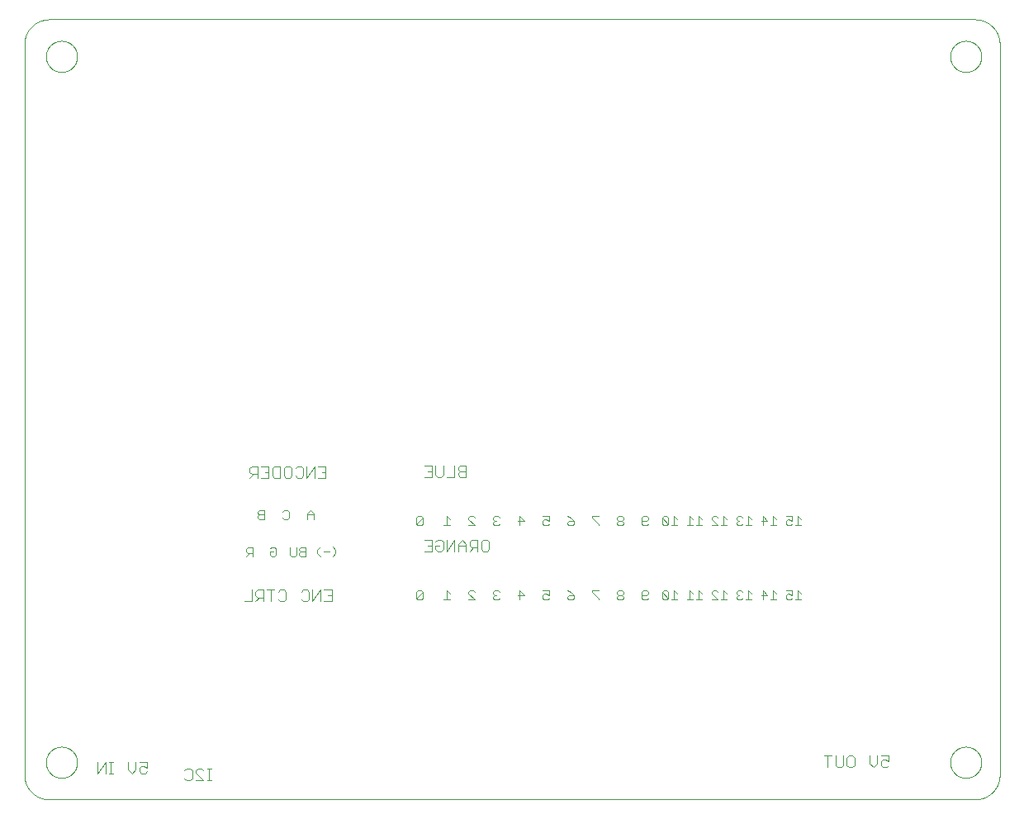
<source format=gbo>
G75*
%MOIN*%
%OFA0B0*%
%FSLAX25Y25*%
%IPPOS*%
%LPD*%
%AMOC8*
5,1,8,0,0,1.08239X$1,22.5*
%
%ADD10C,0.00000*%
%ADD11C,0.00300*%
%ADD12C,0.00400*%
D10*
X0086433Y0068933D02*
X0086433Y0363894D01*
X0086436Y0364136D01*
X0086445Y0364377D01*
X0086459Y0364618D01*
X0086480Y0364859D01*
X0086506Y0365099D01*
X0086538Y0365339D01*
X0086576Y0365578D01*
X0086619Y0365815D01*
X0086669Y0366052D01*
X0086724Y0366287D01*
X0086784Y0366521D01*
X0086851Y0366753D01*
X0086922Y0366984D01*
X0087000Y0367213D01*
X0087083Y0367440D01*
X0087171Y0367665D01*
X0087265Y0367888D01*
X0087364Y0368108D01*
X0087469Y0368326D01*
X0087578Y0368541D01*
X0087693Y0368754D01*
X0087813Y0368964D01*
X0087938Y0369170D01*
X0088068Y0369374D01*
X0088203Y0369575D01*
X0088343Y0369772D01*
X0088487Y0369966D01*
X0088636Y0370156D01*
X0088790Y0370342D01*
X0088948Y0370525D01*
X0089110Y0370704D01*
X0089277Y0370879D01*
X0089448Y0371050D01*
X0089623Y0371217D01*
X0089802Y0371379D01*
X0089985Y0371537D01*
X0090171Y0371691D01*
X0090361Y0371840D01*
X0090555Y0371984D01*
X0090752Y0372124D01*
X0090953Y0372259D01*
X0091157Y0372389D01*
X0091363Y0372514D01*
X0091573Y0372634D01*
X0091786Y0372749D01*
X0092001Y0372858D01*
X0092219Y0372963D01*
X0092439Y0373062D01*
X0092662Y0373156D01*
X0092887Y0373244D01*
X0093114Y0373327D01*
X0093343Y0373405D01*
X0093574Y0373476D01*
X0093806Y0373543D01*
X0094040Y0373603D01*
X0094275Y0373658D01*
X0094512Y0373708D01*
X0094749Y0373751D01*
X0094988Y0373789D01*
X0095228Y0373821D01*
X0095468Y0373847D01*
X0095709Y0373868D01*
X0095950Y0373882D01*
X0096191Y0373891D01*
X0096433Y0373894D01*
X0470134Y0373894D01*
X0470376Y0373891D01*
X0470617Y0373882D01*
X0470858Y0373868D01*
X0471099Y0373847D01*
X0471339Y0373821D01*
X0471579Y0373789D01*
X0471818Y0373751D01*
X0472055Y0373708D01*
X0472292Y0373658D01*
X0472527Y0373603D01*
X0472761Y0373543D01*
X0472993Y0373476D01*
X0473224Y0373405D01*
X0473453Y0373327D01*
X0473680Y0373244D01*
X0473905Y0373156D01*
X0474128Y0373062D01*
X0474348Y0372963D01*
X0474566Y0372858D01*
X0474781Y0372749D01*
X0474994Y0372634D01*
X0475204Y0372514D01*
X0475410Y0372389D01*
X0475614Y0372259D01*
X0475815Y0372124D01*
X0476012Y0371984D01*
X0476206Y0371840D01*
X0476396Y0371691D01*
X0476582Y0371537D01*
X0476765Y0371379D01*
X0476944Y0371217D01*
X0477119Y0371050D01*
X0477290Y0370879D01*
X0477457Y0370704D01*
X0477619Y0370525D01*
X0477777Y0370342D01*
X0477931Y0370156D01*
X0478080Y0369966D01*
X0478224Y0369772D01*
X0478364Y0369575D01*
X0478499Y0369374D01*
X0478629Y0369170D01*
X0478754Y0368964D01*
X0478874Y0368754D01*
X0478989Y0368541D01*
X0479098Y0368326D01*
X0479203Y0368108D01*
X0479302Y0367888D01*
X0479396Y0367665D01*
X0479484Y0367440D01*
X0479567Y0367213D01*
X0479645Y0366984D01*
X0479716Y0366753D01*
X0479783Y0366521D01*
X0479843Y0366287D01*
X0479898Y0366052D01*
X0479948Y0365815D01*
X0479991Y0365578D01*
X0480029Y0365339D01*
X0480061Y0365099D01*
X0480087Y0364859D01*
X0480108Y0364618D01*
X0480122Y0364377D01*
X0480131Y0364136D01*
X0480134Y0363894D01*
X0480134Y0068933D01*
X0480131Y0068691D01*
X0480122Y0068450D01*
X0480108Y0068209D01*
X0480087Y0067968D01*
X0480061Y0067728D01*
X0480029Y0067488D01*
X0479991Y0067249D01*
X0479948Y0067012D01*
X0479898Y0066775D01*
X0479843Y0066540D01*
X0479783Y0066306D01*
X0479716Y0066074D01*
X0479645Y0065843D01*
X0479567Y0065614D01*
X0479484Y0065387D01*
X0479396Y0065162D01*
X0479302Y0064939D01*
X0479203Y0064719D01*
X0479098Y0064501D01*
X0478989Y0064286D01*
X0478874Y0064073D01*
X0478754Y0063863D01*
X0478629Y0063657D01*
X0478499Y0063453D01*
X0478364Y0063252D01*
X0478224Y0063055D01*
X0478080Y0062861D01*
X0477931Y0062671D01*
X0477777Y0062485D01*
X0477619Y0062302D01*
X0477457Y0062123D01*
X0477290Y0061948D01*
X0477119Y0061777D01*
X0476944Y0061610D01*
X0476765Y0061448D01*
X0476582Y0061290D01*
X0476396Y0061136D01*
X0476206Y0060987D01*
X0476012Y0060843D01*
X0475815Y0060703D01*
X0475614Y0060568D01*
X0475410Y0060438D01*
X0475204Y0060313D01*
X0474994Y0060193D01*
X0474781Y0060078D01*
X0474566Y0059969D01*
X0474348Y0059864D01*
X0474128Y0059765D01*
X0473905Y0059671D01*
X0473680Y0059583D01*
X0473453Y0059500D01*
X0473224Y0059422D01*
X0472993Y0059351D01*
X0472761Y0059284D01*
X0472527Y0059224D01*
X0472292Y0059169D01*
X0472055Y0059119D01*
X0471818Y0059076D01*
X0471579Y0059038D01*
X0471339Y0059006D01*
X0471099Y0058980D01*
X0470858Y0058959D01*
X0470617Y0058945D01*
X0470376Y0058936D01*
X0470134Y0058933D01*
X0096433Y0058933D01*
X0096191Y0058936D01*
X0095950Y0058945D01*
X0095709Y0058959D01*
X0095468Y0058980D01*
X0095228Y0059006D01*
X0094988Y0059038D01*
X0094749Y0059076D01*
X0094512Y0059119D01*
X0094275Y0059169D01*
X0094040Y0059224D01*
X0093806Y0059284D01*
X0093574Y0059351D01*
X0093343Y0059422D01*
X0093114Y0059500D01*
X0092887Y0059583D01*
X0092662Y0059671D01*
X0092439Y0059765D01*
X0092219Y0059864D01*
X0092001Y0059969D01*
X0091786Y0060078D01*
X0091573Y0060193D01*
X0091363Y0060313D01*
X0091157Y0060438D01*
X0090953Y0060568D01*
X0090752Y0060703D01*
X0090555Y0060843D01*
X0090361Y0060987D01*
X0090171Y0061136D01*
X0089985Y0061290D01*
X0089802Y0061448D01*
X0089623Y0061610D01*
X0089448Y0061777D01*
X0089277Y0061948D01*
X0089110Y0062123D01*
X0088948Y0062302D01*
X0088790Y0062485D01*
X0088636Y0062671D01*
X0088487Y0062861D01*
X0088343Y0063055D01*
X0088203Y0063252D01*
X0088068Y0063453D01*
X0087938Y0063657D01*
X0087813Y0063863D01*
X0087693Y0064073D01*
X0087578Y0064286D01*
X0087469Y0064501D01*
X0087364Y0064719D01*
X0087265Y0064939D01*
X0087171Y0065162D01*
X0087083Y0065387D01*
X0087000Y0065614D01*
X0086922Y0065843D01*
X0086851Y0066074D01*
X0086784Y0066306D01*
X0086724Y0066540D01*
X0086669Y0066775D01*
X0086619Y0067012D01*
X0086576Y0067249D01*
X0086538Y0067488D01*
X0086506Y0067728D01*
X0086480Y0067968D01*
X0086459Y0068209D01*
X0086445Y0068450D01*
X0086436Y0068691D01*
X0086433Y0068933D01*
X0095134Y0073933D02*
X0095136Y0074091D01*
X0095142Y0074249D01*
X0095152Y0074407D01*
X0095166Y0074565D01*
X0095184Y0074722D01*
X0095205Y0074879D01*
X0095231Y0075035D01*
X0095261Y0075191D01*
X0095294Y0075346D01*
X0095332Y0075499D01*
X0095373Y0075652D01*
X0095418Y0075804D01*
X0095467Y0075955D01*
X0095520Y0076104D01*
X0095576Y0076252D01*
X0095636Y0076398D01*
X0095700Y0076543D01*
X0095768Y0076686D01*
X0095839Y0076828D01*
X0095913Y0076968D01*
X0095991Y0077105D01*
X0096073Y0077241D01*
X0096157Y0077375D01*
X0096246Y0077506D01*
X0096337Y0077635D01*
X0096432Y0077762D01*
X0096529Y0077887D01*
X0096630Y0078009D01*
X0096734Y0078128D01*
X0096841Y0078245D01*
X0096951Y0078359D01*
X0097064Y0078470D01*
X0097179Y0078579D01*
X0097297Y0078684D01*
X0097418Y0078786D01*
X0097541Y0078886D01*
X0097667Y0078982D01*
X0097795Y0079075D01*
X0097925Y0079165D01*
X0098058Y0079251D01*
X0098193Y0079335D01*
X0098329Y0079414D01*
X0098468Y0079491D01*
X0098609Y0079563D01*
X0098751Y0079633D01*
X0098895Y0079698D01*
X0099041Y0079760D01*
X0099188Y0079818D01*
X0099337Y0079873D01*
X0099487Y0079924D01*
X0099638Y0079971D01*
X0099790Y0080014D01*
X0099943Y0080053D01*
X0100098Y0080089D01*
X0100253Y0080120D01*
X0100409Y0080148D01*
X0100565Y0080172D01*
X0100722Y0080192D01*
X0100880Y0080208D01*
X0101037Y0080220D01*
X0101196Y0080228D01*
X0101354Y0080232D01*
X0101512Y0080232D01*
X0101670Y0080228D01*
X0101829Y0080220D01*
X0101986Y0080208D01*
X0102144Y0080192D01*
X0102301Y0080172D01*
X0102457Y0080148D01*
X0102613Y0080120D01*
X0102768Y0080089D01*
X0102923Y0080053D01*
X0103076Y0080014D01*
X0103228Y0079971D01*
X0103379Y0079924D01*
X0103529Y0079873D01*
X0103678Y0079818D01*
X0103825Y0079760D01*
X0103971Y0079698D01*
X0104115Y0079633D01*
X0104257Y0079563D01*
X0104398Y0079491D01*
X0104537Y0079414D01*
X0104673Y0079335D01*
X0104808Y0079251D01*
X0104941Y0079165D01*
X0105071Y0079075D01*
X0105199Y0078982D01*
X0105325Y0078886D01*
X0105448Y0078786D01*
X0105569Y0078684D01*
X0105687Y0078579D01*
X0105802Y0078470D01*
X0105915Y0078359D01*
X0106025Y0078245D01*
X0106132Y0078128D01*
X0106236Y0078009D01*
X0106337Y0077887D01*
X0106434Y0077762D01*
X0106529Y0077635D01*
X0106620Y0077506D01*
X0106709Y0077375D01*
X0106793Y0077241D01*
X0106875Y0077105D01*
X0106953Y0076968D01*
X0107027Y0076828D01*
X0107098Y0076686D01*
X0107166Y0076543D01*
X0107230Y0076398D01*
X0107290Y0076252D01*
X0107346Y0076104D01*
X0107399Y0075955D01*
X0107448Y0075804D01*
X0107493Y0075652D01*
X0107534Y0075499D01*
X0107572Y0075346D01*
X0107605Y0075191D01*
X0107635Y0075035D01*
X0107661Y0074879D01*
X0107682Y0074722D01*
X0107700Y0074565D01*
X0107714Y0074407D01*
X0107724Y0074249D01*
X0107730Y0074091D01*
X0107732Y0073933D01*
X0107730Y0073775D01*
X0107724Y0073617D01*
X0107714Y0073459D01*
X0107700Y0073301D01*
X0107682Y0073144D01*
X0107661Y0072987D01*
X0107635Y0072831D01*
X0107605Y0072675D01*
X0107572Y0072520D01*
X0107534Y0072367D01*
X0107493Y0072214D01*
X0107448Y0072062D01*
X0107399Y0071911D01*
X0107346Y0071762D01*
X0107290Y0071614D01*
X0107230Y0071468D01*
X0107166Y0071323D01*
X0107098Y0071180D01*
X0107027Y0071038D01*
X0106953Y0070898D01*
X0106875Y0070761D01*
X0106793Y0070625D01*
X0106709Y0070491D01*
X0106620Y0070360D01*
X0106529Y0070231D01*
X0106434Y0070104D01*
X0106337Y0069979D01*
X0106236Y0069857D01*
X0106132Y0069738D01*
X0106025Y0069621D01*
X0105915Y0069507D01*
X0105802Y0069396D01*
X0105687Y0069287D01*
X0105569Y0069182D01*
X0105448Y0069080D01*
X0105325Y0068980D01*
X0105199Y0068884D01*
X0105071Y0068791D01*
X0104941Y0068701D01*
X0104808Y0068615D01*
X0104673Y0068531D01*
X0104537Y0068452D01*
X0104398Y0068375D01*
X0104257Y0068303D01*
X0104115Y0068233D01*
X0103971Y0068168D01*
X0103825Y0068106D01*
X0103678Y0068048D01*
X0103529Y0067993D01*
X0103379Y0067942D01*
X0103228Y0067895D01*
X0103076Y0067852D01*
X0102923Y0067813D01*
X0102768Y0067777D01*
X0102613Y0067746D01*
X0102457Y0067718D01*
X0102301Y0067694D01*
X0102144Y0067674D01*
X0101986Y0067658D01*
X0101829Y0067646D01*
X0101670Y0067638D01*
X0101512Y0067634D01*
X0101354Y0067634D01*
X0101196Y0067638D01*
X0101037Y0067646D01*
X0100880Y0067658D01*
X0100722Y0067674D01*
X0100565Y0067694D01*
X0100409Y0067718D01*
X0100253Y0067746D01*
X0100098Y0067777D01*
X0099943Y0067813D01*
X0099790Y0067852D01*
X0099638Y0067895D01*
X0099487Y0067942D01*
X0099337Y0067993D01*
X0099188Y0068048D01*
X0099041Y0068106D01*
X0098895Y0068168D01*
X0098751Y0068233D01*
X0098609Y0068303D01*
X0098468Y0068375D01*
X0098329Y0068452D01*
X0098193Y0068531D01*
X0098058Y0068615D01*
X0097925Y0068701D01*
X0097795Y0068791D01*
X0097667Y0068884D01*
X0097541Y0068980D01*
X0097418Y0069080D01*
X0097297Y0069182D01*
X0097179Y0069287D01*
X0097064Y0069396D01*
X0096951Y0069507D01*
X0096841Y0069621D01*
X0096734Y0069738D01*
X0096630Y0069857D01*
X0096529Y0069979D01*
X0096432Y0070104D01*
X0096337Y0070231D01*
X0096246Y0070360D01*
X0096157Y0070491D01*
X0096073Y0070625D01*
X0095991Y0070761D01*
X0095913Y0070898D01*
X0095839Y0071038D01*
X0095768Y0071180D01*
X0095700Y0071323D01*
X0095636Y0071468D01*
X0095576Y0071614D01*
X0095520Y0071762D01*
X0095467Y0071911D01*
X0095418Y0072062D01*
X0095373Y0072214D01*
X0095332Y0072367D01*
X0095294Y0072520D01*
X0095261Y0072675D01*
X0095231Y0072831D01*
X0095205Y0072987D01*
X0095184Y0073144D01*
X0095166Y0073301D01*
X0095152Y0073459D01*
X0095142Y0073617D01*
X0095136Y0073775D01*
X0095134Y0073933D01*
X0460134Y0073933D02*
X0460136Y0074091D01*
X0460142Y0074249D01*
X0460152Y0074407D01*
X0460166Y0074565D01*
X0460184Y0074722D01*
X0460205Y0074879D01*
X0460231Y0075035D01*
X0460261Y0075191D01*
X0460294Y0075346D01*
X0460332Y0075499D01*
X0460373Y0075652D01*
X0460418Y0075804D01*
X0460467Y0075955D01*
X0460520Y0076104D01*
X0460576Y0076252D01*
X0460636Y0076398D01*
X0460700Y0076543D01*
X0460768Y0076686D01*
X0460839Y0076828D01*
X0460913Y0076968D01*
X0460991Y0077105D01*
X0461073Y0077241D01*
X0461157Y0077375D01*
X0461246Y0077506D01*
X0461337Y0077635D01*
X0461432Y0077762D01*
X0461529Y0077887D01*
X0461630Y0078009D01*
X0461734Y0078128D01*
X0461841Y0078245D01*
X0461951Y0078359D01*
X0462064Y0078470D01*
X0462179Y0078579D01*
X0462297Y0078684D01*
X0462418Y0078786D01*
X0462541Y0078886D01*
X0462667Y0078982D01*
X0462795Y0079075D01*
X0462925Y0079165D01*
X0463058Y0079251D01*
X0463193Y0079335D01*
X0463329Y0079414D01*
X0463468Y0079491D01*
X0463609Y0079563D01*
X0463751Y0079633D01*
X0463895Y0079698D01*
X0464041Y0079760D01*
X0464188Y0079818D01*
X0464337Y0079873D01*
X0464487Y0079924D01*
X0464638Y0079971D01*
X0464790Y0080014D01*
X0464943Y0080053D01*
X0465098Y0080089D01*
X0465253Y0080120D01*
X0465409Y0080148D01*
X0465565Y0080172D01*
X0465722Y0080192D01*
X0465880Y0080208D01*
X0466037Y0080220D01*
X0466196Y0080228D01*
X0466354Y0080232D01*
X0466512Y0080232D01*
X0466670Y0080228D01*
X0466829Y0080220D01*
X0466986Y0080208D01*
X0467144Y0080192D01*
X0467301Y0080172D01*
X0467457Y0080148D01*
X0467613Y0080120D01*
X0467768Y0080089D01*
X0467923Y0080053D01*
X0468076Y0080014D01*
X0468228Y0079971D01*
X0468379Y0079924D01*
X0468529Y0079873D01*
X0468678Y0079818D01*
X0468825Y0079760D01*
X0468971Y0079698D01*
X0469115Y0079633D01*
X0469257Y0079563D01*
X0469398Y0079491D01*
X0469537Y0079414D01*
X0469673Y0079335D01*
X0469808Y0079251D01*
X0469941Y0079165D01*
X0470071Y0079075D01*
X0470199Y0078982D01*
X0470325Y0078886D01*
X0470448Y0078786D01*
X0470569Y0078684D01*
X0470687Y0078579D01*
X0470802Y0078470D01*
X0470915Y0078359D01*
X0471025Y0078245D01*
X0471132Y0078128D01*
X0471236Y0078009D01*
X0471337Y0077887D01*
X0471434Y0077762D01*
X0471529Y0077635D01*
X0471620Y0077506D01*
X0471709Y0077375D01*
X0471793Y0077241D01*
X0471875Y0077105D01*
X0471953Y0076968D01*
X0472027Y0076828D01*
X0472098Y0076686D01*
X0472166Y0076543D01*
X0472230Y0076398D01*
X0472290Y0076252D01*
X0472346Y0076104D01*
X0472399Y0075955D01*
X0472448Y0075804D01*
X0472493Y0075652D01*
X0472534Y0075499D01*
X0472572Y0075346D01*
X0472605Y0075191D01*
X0472635Y0075035D01*
X0472661Y0074879D01*
X0472682Y0074722D01*
X0472700Y0074565D01*
X0472714Y0074407D01*
X0472724Y0074249D01*
X0472730Y0074091D01*
X0472732Y0073933D01*
X0472730Y0073775D01*
X0472724Y0073617D01*
X0472714Y0073459D01*
X0472700Y0073301D01*
X0472682Y0073144D01*
X0472661Y0072987D01*
X0472635Y0072831D01*
X0472605Y0072675D01*
X0472572Y0072520D01*
X0472534Y0072367D01*
X0472493Y0072214D01*
X0472448Y0072062D01*
X0472399Y0071911D01*
X0472346Y0071762D01*
X0472290Y0071614D01*
X0472230Y0071468D01*
X0472166Y0071323D01*
X0472098Y0071180D01*
X0472027Y0071038D01*
X0471953Y0070898D01*
X0471875Y0070761D01*
X0471793Y0070625D01*
X0471709Y0070491D01*
X0471620Y0070360D01*
X0471529Y0070231D01*
X0471434Y0070104D01*
X0471337Y0069979D01*
X0471236Y0069857D01*
X0471132Y0069738D01*
X0471025Y0069621D01*
X0470915Y0069507D01*
X0470802Y0069396D01*
X0470687Y0069287D01*
X0470569Y0069182D01*
X0470448Y0069080D01*
X0470325Y0068980D01*
X0470199Y0068884D01*
X0470071Y0068791D01*
X0469941Y0068701D01*
X0469808Y0068615D01*
X0469673Y0068531D01*
X0469537Y0068452D01*
X0469398Y0068375D01*
X0469257Y0068303D01*
X0469115Y0068233D01*
X0468971Y0068168D01*
X0468825Y0068106D01*
X0468678Y0068048D01*
X0468529Y0067993D01*
X0468379Y0067942D01*
X0468228Y0067895D01*
X0468076Y0067852D01*
X0467923Y0067813D01*
X0467768Y0067777D01*
X0467613Y0067746D01*
X0467457Y0067718D01*
X0467301Y0067694D01*
X0467144Y0067674D01*
X0466986Y0067658D01*
X0466829Y0067646D01*
X0466670Y0067638D01*
X0466512Y0067634D01*
X0466354Y0067634D01*
X0466196Y0067638D01*
X0466037Y0067646D01*
X0465880Y0067658D01*
X0465722Y0067674D01*
X0465565Y0067694D01*
X0465409Y0067718D01*
X0465253Y0067746D01*
X0465098Y0067777D01*
X0464943Y0067813D01*
X0464790Y0067852D01*
X0464638Y0067895D01*
X0464487Y0067942D01*
X0464337Y0067993D01*
X0464188Y0068048D01*
X0464041Y0068106D01*
X0463895Y0068168D01*
X0463751Y0068233D01*
X0463609Y0068303D01*
X0463468Y0068375D01*
X0463329Y0068452D01*
X0463193Y0068531D01*
X0463058Y0068615D01*
X0462925Y0068701D01*
X0462795Y0068791D01*
X0462667Y0068884D01*
X0462541Y0068980D01*
X0462418Y0069080D01*
X0462297Y0069182D01*
X0462179Y0069287D01*
X0462064Y0069396D01*
X0461951Y0069507D01*
X0461841Y0069621D01*
X0461734Y0069738D01*
X0461630Y0069857D01*
X0461529Y0069979D01*
X0461432Y0070104D01*
X0461337Y0070231D01*
X0461246Y0070360D01*
X0461157Y0070491D01*
X0461073Y0070625D01*
X0460991Y0070761D01*
X0460913Y0070898D01*
X0460839Y0071038D01*
X0460768Y0071180D01*
X0460700Y0071323D01*
X0460636Y0071468D01*
X0460576Y0071614D01*
X0460520Y0071762D01*
X0460467Y0071911D01*
X0460418Y0072062D01*
X0460373Y0072214D01*
X0460332Y0072367D01*
X0460294Y0072520D01*
X0460261Y0072675D01*
X0460231Y0072831D01*
X0460205Y0072987D01*
X0460184Y0073144D01*
X0460166Y0073301D01*
X0460152Y0073459D01*
X0460142Y0073617D01*
X0460136Y0073775D01*
X0460134Y0073933D01*
X0460134Y0358933D02*
X0460136Y0359091D01*
X0460142Y0359249D01*
X0460152Y0359407D01*
X0460166Y0359565D01*
X0460184Y0359722D01*
X0460205Y0359879D01*
X0460231Y0360035D01*
X0460261Y0360191D01*
X0460294Y0360346D01*
X0460332Y0360499D01*
X0460373Y0360652D01*
X0460418Y0360804D01*
X0460467Y0360955D01*
X0460520Y0361104D01*
X0460576Y0361252D01*
X0460636Y0361398D01*
X0460700Y0361543D01*
X0460768Y0361686D01*
X0460839Y0361828D01*
X0460913Y0361968D01*
X0460991Y0362105D01*
X0461073Y0362241D01*
X0461157Y0362375D01*
X0461246Y0362506D01*
X0461337Y0362635D01*
X0461432Y0362762D01*
X0461529Y0362887D01*
X0461630Y0363009D01*
X0461734Y0363128D01*
X0461841Y0363245D01*
X0461951Y0363359D01*
X0462064Y0363470D01*
X0462179Y0363579D01*
X0462297Y0363684D01*
X0462418Y0363786D01*
X0462541Y0363886D01*
X0462667Y0363982D01*
X0462795Y0364075D01*
X0462925Y0364165D01*
X0463058Y0364251D01*
X0463193Y0364335D01*
X0463329Y0364414D01*
X0463468Y0364491D01*
X0463609Y0364563D01*
X0463751Y0364633D01*
X0463895Y0364698D01*
X0464041Y0364760D01*
X0464188Y0364818D01*
X0464337Y0364873D01*
X0464487Y0364924D01*
X0464638Y0364971D01*
X0464790Y0365014D01*
X0464943Y0365053D01*
X0465098Y0365089D01*
X0465253Y0365120D01*
X0465409Y0365148D01*
X0465565Y0365172D01*
X0465722Y0365192D01*
X0465880Y0365208D01*
X0466037Y0365220D01*
X0466196Y0365228D01*
X0466354Y0365232D01*
X0466512Y0365232D01*
X0466670Y0365228D01*
X0466829Y0365220D01*
X0466986Y0365208D01*
X0467144Y0365192D01*
X0467301Y0365172D01*
X0467457Y0365148D01*
X0467613Y0365120D01*
X0467768Y0365089D01*
X0467923Y0365053D01*
X0468076Y0365014D01*
X0468228Y0364971D01*
X0468379Y0364924D01*
X0468529Y0364873D01*
X0468678Y0364818D01*
X0468825Y0364760D01*
X0468971Y0364698D01*
X0469115Y0364633D01*
X0469257Y0364563D01*
X0469398Y0364491D01*
X0469537Y0364414D01*
X0469673Y0364335D01*
X0469808Y0364251D01*
X0469941Y0364165D01*
X0470071Y0364075D01*
X0470199Y0363982D01*
X0470325Y0363886D01*
X0470448Y0363786D01*
X0470569Y0363684D01*
X0470687Y0363579D01*
X0470802Y0363470D01*
X0470915Y0363359D01*
X0471025Y0363245D01*
X0471132Y0363128D01*
X0471236Y0363009D01*
X0471337Y0362887D01*
X0471434Y0362762D01*
X0471529Y0362635D01*
X0471620Y0362506D01*
X0471709Y0362375D01*
X0471793Y0362241D01*
X0471875Y0362105D01*
X0471953Y0361968D01*
X0472027Y0361828D01*
X0472098Y0361686D01*
X0472166Y0361543D01*
X0472230Y0361398D01*
X0472290Y0361252D01*
X0472346Y0361104D01*
X0472399Y0360955D01*
X0472448Y0360804D01*
X0472493Y0360652D01*
X0472534Y0360499D01*
X0472572Y0360346D01*
X0472605Y0360191D01*
X0472635Y0360035D01*
X0472661Y0359879D01*
X0472682Y0359722D01*
X0472700Y0359565D01*
X0472714Y0359407D01*
X0472724Y0359249D01*
X0472730Y0359091D01*
X0472732Y0358933D01*
X0472730Y0358775D01*
X0472724Y0358617D01*
X0472714Y0358459D01*
X0472700Y0358301D01*
X0472682Y0358144D01*
X0472661Y0357987D01*
X0472635Y0357831D01*
X0472605Y0357675D01*
X0472572Y0357520D01*
X0472534Y0357367D01*
X0472493Y0357214D01*
X0472448Y0357062D01*
X0472399Y0356911D01*
X0472346Y0356762D01*
X0472290Y0356614D01*
X0472230Y0356468D01*
X0472166Y0356323D01*
X0472098Y0356180D01*
X0472027Y0356038D01*
X0471953Y0355898D01*
X0471875Y0355761D01*
X0471793Y0355625D01*
X0471709Y0355491D01*
X0471620Y0355360D01*
X0471529Y0355231D01*
X0471434Y0355104D01*
X0471337Y0354979D01*
X0471236Y0354857D01*
X0471132Y0354738D01*
X0471025Y0354621D01*
X0470915Y0354507D01*
X0470802Y0354396D01*
X0470687Y0354287D01*
X0470569Y0354182D01*
X0470448Y0354080D01*
X0470325Y0353980D01*
X0470199Y0353884D01*
X0470071Y0353791D01*
X0469941Y0353701D01*
X0469808Y0353615D01*
X0469673Y0353531D01*
X0469537Y0353452D01*
X0469398Y0353375D01*
X0469257Y0353303D01*
X0469115Y0353233D01*
X0468971Y0353168D01*
X0468825Y0353106D01*
X0468678Y0353048D01*
X0468529Y0352993D01*
X0468379Y0352942D01*
X0468228Y0352895D01*
X0468076Y0352852D01*
X0467923Y0352813D01*
X0467768Y0352777D01*
X0467613Y0352746D01*
X0467457Y0352718D01*
X0467301Y0352694D01*
X0467144Y0352674D01*
X0466986Y0352658D01*
X0466829Y0352646D01*
X0466670Y0352638D01*
X0466512Y0352634D01*
X0466354Y0352634D01*
X0466196Y0352638D01*
X0466037Y0352646D01*
X0465880Y0352658D01*
X0465722Y0352674D01*
X0465565Y0352694D01*
X0465409Y0352718D01*
X0465253Y0352746D01*
X0465098Y0352777D01*
X0464943Y0352813D01*
X0464790Y0352852D01*
X0464638Y0352895D01*
X0464487Y0352942D01*
X0464337Y0352993D01*
X0464188Y0353048D01*
X0464041Y0353106D01*
X0463895Y0353168D01*
X0463751Y0353233D01*
X0463609Y0353303D01*
X0463468Y0353375D01*
X0463329Y0353452D01*
X0463193Y0353531D01*
X0463058Y0353615D01*
X0462925Y0353701D01*
X0462795Y0353791D01*
X0462667Y0353884D01*
X0462541Y0353980D01*
X0462418Y0354080D01*
X0462297Y0354182D01*
X0462179Y0354287D01*
X0462064Y0354396D01*
X0461951Y0354507D01*
X0461841Y0354621D01*
X0461734Y0354738D01*
X0461630Y0354857D01*
X0461529Y0354979D01*
X0461432Y0355104D01*
X0461337Y0355231D01*
X0461246Y0355360D01*
X0461157Y0355491D01*
X0461073Y0355625D01*
X0460991Y0355761D01*
X0460913Y0355898D01*
X0460839Y0356038D01*
X0460768Y0356180D01*
X0460700Y0356323D01*
X0460636Y0356468D01*
X0460576Y0356614D01*
X0460520Y0356762D01*
X0460467Y0356911D01*
X0460418Y0357062D01*
X0460373Y0357214D01*
X0460332Y0357367D01*
X0460294Y0357520D01*
X0460261Y0357675D01*
X0460231Y0357831D01*
X0460205Y0357987D01*
X0460184Y0358144D01*
X0460166Y0358301D01*
X0460152Y0358459D01*
X0460142Y0358617D01*
X0460136Y0358775D01*
X0460134Y0358933D01*
X0095134Y0358933D02*
X0095136Y0359091D01*
X0095142Y0359249D01*
X0095152Y0359407D01*
X0095166Y0359565D01*
X0095184Y0359722D01*
X0095205Y0359879D01*
X0095231Y0360035D01*
X0095261Y0360191D01*
X0095294Y0360346D01*
X0095332Y0360499D01*
X0095373Y0360652D01*
X0095418Y0360804D01*
X0095467Y0360955D01*
X0095520Y0361104D01*
X0095576Y0361252D01*
X0095636Y0361398D01*
X0095700Y0361543D01*
X0095768Y0361686D01*
X0095839Y0361828D01*
X0095913Y0361968D01*
X0095991Y0362105D01*
X0096073Y0362241D01*
X0096157Y0362375D01*
X0096246Y0362506D01*
X0096337Y0362635D01*
X0096432Y0362762D01*
X0096529Y0362887D01*
X0096630Y0363009D01*
X0096734Y0363128D01*
X0096841Y0363245D01*
X0096951Y0363359D01*
X0097064Y0363470D01*
X0097179Y0363579D01*
X0097297Y0363684D01*
X0097418Y0363786D01*
X0097541Y0363886D01*
X0097667Y0363982D01*
X0097795Y0364075D01*
X0097925Y0364165D01*
X0098058Y0364251D01*
X0098193Y0364335D01*
X0098329Y0364414D01*
X0098468Y0364491D01*
X0098609Y0364563D01*
X0098751Y0364633D01*
X0098895Y0364698D01*
X0099041Y0364760D01*
X0099188Y0364818D01*
X0099337Y0364873D01*
X0099487Y0364924D01*
X0099638Y0364971D01*
X0099790Y0365014D01*
X0099943Y0365053D01*
X0100098Y0365089D01*
X0100253Y0365120D01*
X0100409Y0365148D01*
X0100565Y0365172D01*
X0100722Y0365192D01*
X0100880Y0365208D01*
X0101037Y0365220D01*
X0101196Y0365228D01*
X0101354Y0365232D01*
X0101512Y0365232D01*
X0101670Y0365228D01*
X0101829Y0365220D01*
X0101986Y0365208D01*
X0102144Y0365192D01*
X0102301Y0365172D01*
X0102457Y0365148D01*
X0102613Y0365120D01*
X0102768Y0365089D01*
X0102923Y0365053D01*
X0103076Y0365014D01*
X0103228Y0364971D01*
X0103379Y0364924D01*
X0103529Y0364873D01*
X0103678Y0364818D01*
X0103825Y0364760D01*
X0103971Y0364698D01*
X0104115Y0364633D01*
X0104257Y0364563D01*
X0104398Y0364491D01*
X0104537Y0364414D01*
X0104673Y0364335D01*
X0104808Y0364251D01*
X0104941Y0364165D01*
X0105071Y0364075D01*
X0105199Y0363982D01*
X0105325Y0363886D01*
X0105448Y0363786D01*
X0105569Y0363684D01*
X0105687Y0363579D01*
X0105802Y0363470D01*
X0105915Y0363359D01*
X0106025Y0363245D01*
X0106132Y0363128D01*
X0106236Y0363009D01*
X0106337Y0362887D01*
X0106434Y0362762D01*
X0106529Y0362635D01*
X0106620Y0362506D01*
X0106709Y0362375D01*
X0106793Y0362241D01*
X0106875Y0362105D01*
X0106953Y0361968D01*
X0107027Y0361828D01*
X0107098Y0361686D01*
X0107166Y0361543D01*
X0107230Y0361398D01*
X0107290Y0361252D01*
X0107346Y0361104D01*
X0107399Y0360955D01*
X0107448Y0360804D01*
X0107493Y0360652D01*
X0107534Y0360499D01*
X0107572Y0360346D01*
X0107605Y0360191D01*
X0107635Y0360035D01*
X0107661Y0359879D01*
X0107682Y0359722D01*
X0107700Y0359565D01*
X0107714Y0359407D01*
X0107724Y0359249D01*
X0107730Y0359091D01*
X0107732Y0358933D01*
X0107730Y0358775D01*
X0107724Y0358617D01*
X0107714Y0358459D01*
X0107700Y0358301D01*
X0107682Y0358144D01*
X0107661Y0357987D01*
X0107635Y0357831D01*
X0107605Y0357675D01*
X0107572Y0357520D01*
X0107534Y0357367D01*
X0107493Y0357214D01*
X0107448Y0357062D01*
X0107399Y0356911D01*
X0107346Y0356762D01*
X0107290Y0356614D01*
X0107230Y0356468D01*
X0107166Y0356323D01*
X0107098Y0356180D01*
X0107027Y0356038D01*
X0106953Y0355898D01*
X0106875Y0355761D01*
X0106793Y0355625D01*
X0106709Y0355491D01*
X0106620Y0355360D01*
X0106529Y0355231D01*
X0106434Y0355104D01*
X0106337Y0354979D01*
X0106236Y0354857D01*
X0106132Y0354738D01*
X0106025Y0354621D01*
X0105915Y0354507D01*
X0105802Y0354396D01*
X0105687Y0354287D01*
X0105569Y0354182D01*
X0105448Y0354080D01*
X0105325Y0353980D01*
X0105199Y0353884D01*
X0105071Y0353791D01*
X0104941Y0353701D01*
X0104808Y0353615D01*
X0104673Y0353531D01*
X0104537Y0353452D01*
X0104398Y0353375D01*
X0104257Y0353303D01*
X0104115Y0353233D01*
X0103971Y0353168D01*
X0103825Y0353106D01*
X0103678Y0353048D01*
X0103529Y0352993D01*
X0103379Y0352942D01*
X0103228Y0352895D01*
X0103076Y0352852D01*
X0102923Y0352813D01*
X0102768Y0352777D01*
X0102613Y0352746D01*
X0102457Y0352718D01*
X0102301Y0352694D01*
X0102144Y0352674D01*
X0101986Y0352658D01*
X0101829Y0352646D01*
X0101670Y0352638D01*
X0101512Y0352634D01*
X0101354Y0352634D01*
X0101196Y0352638D01*
X0101037Y0352646D01*
X0100880Y0352658D01*
X0100722Y0352674D01*
X0100565Y0352694D01*
X0100409Y0352718D01*
X0100253Y0352746D01*
X0100098Y0352777D01*
X0099943Y0352813D01*
X0099790Y0352852D01*
X0099638Y0352895D01*
X0099487Y0352942D01*
X0099337Y0352993D01*
X0099188Y0353048D01*
X0099041Y0353106D01*
X0098895Y0353168D01*
X0098751Y0353233D01*
X0098609Y0353303D01*
X0098468Y0353375D01*
X0098329Y0353452D01*
X0098193Y0353531D01*
X0098058Y0353615D01*
X0097925Y0353701D01*
X0097795Y0353791D01*
X0097667Y0353884D01*
X0097541Y0353980D01*
X0097418Y0354080D01*
X0097297Y0354182D01*
X0097179Y0354287D01*
X0097064Y0354396D01*
X0096951Y0354507D01*
X0096841Y0354621D01*
X0096734Y0354738D01*
X0096630Y0354857D01*
X0096529Y0354979D01*
X0096432Y0355104D01*
X0096337Y0355231D01*
X0096246Y0355360D01*
X0096157Y0355491D01*
X0096073Y0355625D01*
X0095991Y0355761D01*
X0095913Y0355898D01*
X0095839Y0356038D01*
X0095768Y0356180D01*
X0095700Y0356323D01*
X0095636Y0356468D01*
X0095576Y0356614D01*
X0095520Y0356762D01*
X0095467Y0356911D01*
X0095418Y0357062D01*
X0095373Y0357214D01*
X0095332Y0357367D01*
X0095294Y0357520D01*
X0095261Y0357675D01*
X0095231Y0357831D01*
X0095205Y0357987D01*
X0095184Y0358144D01*
X0095166Y0358301D01*
X0095152Y0358459D01*
X0095142Y0358617D01*
X0095136Y0358775D01*
X0095134Y0358933D01*
D11*
X0181273Y0175786D02*
X0180656Y0175169D01*
X0180656Y0174552D01*
X0181273Y0173935D01*
X0183125Y0173935D01*
X0183125Y0175786D02*
X0181273Y0175786D01*
X0181273Y0173935D02*
X0180656Y0173317D01*
X0180656Y0172700D01*
X0181273Y0172083D01*
X0183125Y0172083D01*
X0183125Y0175786D01*
X0190656Y0175169D02*
X0191273Y0175786D01*
X0192507Y0175786D01*
X0193125Y0175169D01*
X0193125Y0172700D01*
X0192507Y0172083D01*
X0191273Y0172083D01*
X0190656Y0172700D01*
X0200656Y0172083D02*
X0200656Y0174552D01*
X0201890Y0175786D01*
X0203125Y0174552D01*
X0203125Y0172083D01*
X0203125Y0173935D02*
X0200656Y0173935D01*
X0199848Y0160802D02*
X0197996Y0160802D01*
X0197379Y0160185D01*
X0197379Y0159567D01*
X0197996Y0158950D01*
X0199848Y0158950D01*
X0199848Y0157099D02*
X0197996Y0157099D01*
X0197379Y0157716D01*
X0197379Y0158333D01*
X0197996Y0158950D01*
X0196165Y0157716D02*
X0195548Y0157099D01*
X0194313Y0157099D01*
X0193696Y0157716D01*
X0193696Y0160802D01*
X0196165Y0160802D02*
X0196165Y0157716D01*
X0199848Y0157099D02*
X0199848Y0160802D01*
X0204686Y0159673D02*
X0205921Y0160908D01*
X0204686Y0159673D02*
X0204686Y0158439D01*
X0205921Y0157205D01*
X0207135Y0159056D02*
X0209604Y0159056D01*
X0210825Y0157205D02*
X0212059Y0158439D01*
X0212059Y0159673D01*
X0210825Y0160908D01*
X0187995Y0160231D02*
X0187995Y0157762D01*
X0187377Y0157145D01*
X0186143Y0157145D01*
X0185526Y0157762D01*
X0185526Y0158997D01*
X0186760Y0158997D01*
X0185526Y0160231D02*
X0186143Y0160848D01*
X0187377Y0160848D01*
X0187995Y0160231D01*
X0178431Y0160783D02*
X0178431Y0157080D01*
X0178431Y0158314D02*
X0176579Y0158314D01*
X0175962Y0158931D01*
X0175962Y0160165D01*
X0176579Y0160783D01*
X0178431Y0160783D01*
X0177196Y0158314D02*
X0175962Y0157080D01*
X0244741Y0170200D02*
X0247210Y0172669D01*
X0247210Y0170200D01*
X0246593Y0169583D01*
X0245359Y0169583D01*
X0244741Y0170200D01*
X0244741Y0172669D01*
X0245359Y0173286D01*
X0246593Y0173286D01*
X0247210Y0172669D01*
X0255656Y0169583D02*
X0258125Y0169583D01*
X0256890Y0169583D02*
X0256890Y0173286D01*
X0258125Y0172052D01*
X0265656Y0172052D02*
X0265656Y0172669D01*
X0266273Y0173286D01*
X0267507Y0173286D01*
X0268125Y0172669D01*
X0265656Y0172052D02*
X0268125Y0169583D01*
X0265656Y0169583D01*
X0275656Y0170200D02*
X0276273Y0169583D01*
X0277507Y0169583D01*
X0278125Y0170200D01*
X0276890Y0171435D02*
X0276273Y0171435D01*
X0275656Y0170817D01*
X0275656Y0170200D01*
X0276273Y0171435D02*
X0275656Y0172052D01*
X0275656Y0172669D01*
X0276273Y0173286D01*
X0277507Y0173286D01*
X0278125Y0172669D01*
X0285656Y0171435D02*
X0288125Y0171435D01*
X0286273Y0173286D01*
X0286273Y0169583D01*
X0295656Y0170200D02*
X0296273Y0169583D01*
X0297507Y0169583D01*
X0298125Y0170200D01*
X0298125Y0171435D02*
X0296890Y0172052D01*
X0296273Y0172052D01*
X0295656Y0171435D01*
X0295656Y0170200D01*
X0298125Y0171435D02*
X0298125Y0173286D01*
X0295656Y0173286D01*
X0305656Y0173286D02*
X0306890Y0172669D01*
X0308125Y0171435D01*
X0306273Y0171435D01*
X0305656Y0170817D01*
X0305656Y0170200D01*
X0306273Y0169583D01*
X0307507Y0169583D01*
X0308125Y0170200D01*
X0308125Y0171435D01*
X0315656Y0172669D02*
X0318125Y0170200D01*
X0318125Y0169583D01*
X0318125Y0173286D02*
X0315656Y0173286D01*
X0315656Y0172669D01*
X0325656Y0172669D02*
X0325656Y0172052D01*
X0326273Y0171435D01*
X0327507Y0171435D01*
X0328125Y0172052D01*
X0328125Y0172669D01*
X0327507Y0173286D01*
X0326273Y0173286D01*
X0325656Y0172669D01*
X0326273Y0171435D02*
X0325656Y0170817D01*
X0325656Y0170200D01*
X0326273Y0169583D01*
X0327507Y0169583D01*
X0328125Y0170200D01*
X0328125Y0170817D01*
X0327507Y0171435D01*
X0335656Y0171435D02*
X0337507Y0171435D01*
X0338125Y0172052D01*
X0338125Y0172669D01*
X0337507Y0173286D01*
X0336273Y0173286D01*
X0335656Y0172669D01*
X0335656Y0170200D01*
X0336273Y0169583D01*
X0337507Y0169583D01*
X0338125Y0170200D01*
X0343814Y0170200D02*
X0343814Y0172669D01*
X0346283Y0170200D01*
X0345666Y0169583D01*
X0344431Y0169583D01*
X0343814Y0170200D01*
X0343814Y0172669D02*
X0344431Y0173286D01*
X0345666Y0173286D01*
X0346283Y0172669D01*
X0346283Y0170200D01*
X0347497Y0169583D02*
X0349966Y0169583D01*
X0348732Y0169583D02*
X0348732Y0173286D01*
X0349966Y0172052D01*
X0353814Y0169583D02*
X0356283Y0169583D01*
X0357497Y0169583D02*
X0359966Y0169583D01*
X0358732Y0169583D02*
X0358732Y0173286D01*
X0359966Y0172052D01*
X0356283Y0172052D02*
X0355049Y0173286D01*
X0355049Y0169583D01*
X0363814Y0169583D02*
X0366283Y0169583D01*
X0363814Y0172052D01*
X0363814Y0172669D01*
X0364431Y0173286D01*
X0365666Y0173286D01*
X0366283Y0172669D01*
X0368732Y0173286D02*
X0368732Y0169583D01*
X0369966Y0169583D02*
X0367497Y0169583D01*
X0369966Y0172052D02*
X0368732Y0173286D01*
X0373814Y0172669D02*
X0373814Y0172052D01*
X0374431Y0171435D01*
X0373814Y0170817D01*
X0373814Y0170200D01*
X0374431Y0169583D01*
X0375666Y0169583D01*
X0376283Y0170200D01*
X0377497Y0169583D02*
X0379966Y0169583D01*
X0378732Y0169583D02*
X0378732Y0173286D01*
X0379966Y0172052D01*
X0376283Y0172669D02*
X0375666Y0173286D01*
X0374431Y0173286D01*
X0373814Y0172669D01*
X0374431Y0171435D02*
X0375049Y0171435D01*
X0383814Y0171435D02*
X0386283Y0171435D01*
X0384431Y0173286D01*
X0384431Y0169583D01*
X0387497Y0169583D02*
X0389966Y0169583D01*
X0388732Y0169583D02*
X0388732Y0173286D01*
X0389966Y0172052D01*
X0393814Y0171435D02*
X0393814Y0170200D01*
X0394431Y0169583D01*
X0395666Y0169583D01*
X0396283Y0170200D01*
X0396283Y0171435D02*
X0395049Y0172052D01*
X0394431Y0172052D01*
X0393814Y0171435D01*
X0393814Y0173286D02*
X0396283Y0173286D01*
X0396283Y0171435D01*
X0397497Y0169583D02*
X0399966Y0169583D01*
X0398732Y0169583D02*
X0398732Y0173286D01*
X0399966Y0172052D01*
X0398732Y0143286D02*
X0398732Y0139583D01*
X0399966Y0139583D02*
X0397497Y0139583D01*
X0396283Y0140200D02*
X0395666Y0139583D01*
X0394431Y0139583D01*
X0393814Y0140200D01*
X0393814Y0141435D01*
X0394431Y0142052D01*
X0395049Y0142052D01*
X0396283Y0141435D01*
X0396283Y0143286D01*
X0393814Y0143286D01*
X0389966Y0142052D02*
X0388732Y0143286D01*
X0388732Y0139583D01*
X0389966Y0139583D02*
X0387497Y0139583D01*
X0386283Y0141435D02*
X0383814Y0141435D01*
X0384431Y0143286D02*
X0386283Y0141435D01*
X0384431Y0143286D02*
X0384431Y0139583D01*
X0379966Y0139583D02*
X0377497Y0139583D01*
X0378732Y0139583D02*
X0378732Y0143286D01*
X0379966Y0142052D01*
X0376283Y0142669D02*
X0375666Y0143286D01*
X0374431Y0143286D01*
X0373814Y0142669D01*
X0373814Y0142052D01*
X0374431Y0141435D01*
X0373814Y0140817D01*
X0373814Y0140200D01*
X0374431Y0139583D01*
X0375666Y0139583D01*
X0376283Y0140200D01*
X0375049Y0141435D02*
X0374431Y0141435D01*
X0369966Y0142052D02*
X0368732Y0143286D01*
X0368732Y0139583D01*
X0369966Y0139583D02*
X0367497Y0139583D01*
X0366283Y0139583D02*
X0363814Y0142052D01*
X0363814Y0142669D01*
X0364431Y0143286D01*
X0365666Y0143286D01*
X0366283Y0142669D01*
X0366283Y0139583D02*
X0363814Y0139583D01*
X0359966Y0139583D02*
X0357497Y0139583D01*
X0356283Y0139583D02*
X0353814Y0139583D01*
X0355049Y0139583D02*
X0355049Y0143286D01*
X0356283Y0142052D01*
X0358732Y0143286D02*
X0358732Y0139583D01*
X0359966Y0142052D02*
X0358732Y0143286D01*
X0349966Y0142052D02*
X0348732Y0143286D01*
X0348732Y0139583D01*
X0349966Y0139583D02*
X0347497Y0139583D01*
X0346283Y0140200D02*
X0343814Y0142669D01*
X0343814Y0140200D01*
X0344431Y0139583D01*
X0345666Y0139583D01*
X0346283Y0140200D01*
X0346283Y0142669D01*
X0345666Y0143286D01*
X0344431Y0143286D01*
X0343814Y0142669D01*
X0338125Y0142669D02*
X0338125Y0142052D01*
X0337507Y0141435D01*
X0335656Y0141435D01*
X0335656Y0142669D02*
X0336273Y0143286D01*
X0337507Y0143286D01*
X0338125Y0142669D01*
X0338125Y0140200D02*
X0337507Y0139583D01*
X0336273Y0139583D01*
X0335656Y0140200D01*
X0335656Y0142669D01*
X0328125Y0142669D02*
X0328125Y0142052D01*
X0327507Y0141435D01*
X0326273Y0141435D01*
X0325656Y0140817D01*
X0325656Y0140200D01*
X0326273Y0139583D01*
X0327507Y0139583D01*
X0328125Y0140200D01*
X0328125Y0140817D01*
X0327507Y0141435D01*
X0326273Y0141435D02*
X0325656Y0142052D01*
X0325656Y0142669D01*
X0326273Y0143286D01*
X0327507Y0143286D01*
X0328125Y0142669D01*
X0318125Y0143286D02*
X0315656Y0143286D01*
X0315656Y0142669D01*
X0318125Y0140200D01*
X0318125Y0139583D01*
X0308125Y0140200D02*
X0307507Y0139583D01*
X0306273Y0139583D01*
X0305656Y0140200D01*
X0305656Y0140817D01*
X0306273Y0141435D01*
X0308125Y0141435D01*
X0308125Y0140200D01*
X0308125Y0141435D02*
X0306890Y0142669D01*
X0305656Y0143286D01*
X0298125Y0143286D02*
X0298125Y0141435D01*
X0296890Y0142052D01*
X0296273Y0142052D01*
X0295656Y0141435D01*
X0295656Y0140200D01*
X0296273Y0139583D01*
X0297507Y0139583D01*
X0298125Y0140200D01*
X0298125Y0143286D02*
X0295656Y0143286D01*
X0288125Y0141435D02*
X0285656Y0141435D01*
X0286273Y0143286D02*
X0288125Y0141435D01*
X0286273Y0143286D02*
X0286273Y0139583D01*
X0278125Y0140200D02*
X0277507Y0139583D01*
X0276273Y0139583D01*
X0275656Y0140200D01*
X0275656Y0140817D01*
X0276273Y0141435D01*
X0276890Y0141435D01*
X0276273Y0141435D02*
X0275656Y0142052D01*
X0275656Y0142669D01*
X0276273Y0143286D01*
X0277507Y0143286D01*
X0278125Y0142669D01*
X0268125Y0142669D02*
X0267507Y0143286D01*
X0266273Y0143286D01*
X0265656Y0142669D01*
X0265656Y0142052D01*
X0268125Y0139583D01*
X0265656Y0139583D01*
X0258125Y0139583D02*
X0255656Y0139583D01*
X0256890Y0139583D02*
X0256890Y0143286D01*
X0258125Y0142052D01*
X0247210Y0142669D02*
X0244741Y0140200D01*
X0245359Y0139583D01*
X0246593Y0139583D01*
X0247210Y0140200D01*
X0247210Y0142669D01*
X0246593Y0143286D01*
X0245359Y0143286D01*
X0244741Y0142669D01*
X0244741Y0140200D01*
X0398732Y0143286D02*
X0399966Y0142052D01*
D12*
X0409207Y0076617D02*
X0412277Y0076617D01*
X0413811Y0076617D02*
X0413811Y0072781D01*
X0414579Y0072013D01*
X0416113Y0072013D01*
X0416881Y0072781D01*
X0416881Y0076617D01*
X0418415Y0075850D02*
X0418415Y0072781D01*
X0419183Y0072013D01*
X0420717Y0072013D01*
X0421485Y0072781D01*
X0421485Y0075850D01*
X0420717Y0076617D01*
X0419183Y0076617D01*
X0418415Y0075850D01*
X0427623Y0076617D02*
X0427623Y0073548D01*
X0429158Y0072013D01*
X0430692Y0073548D01*
X0430692Y0076617D01*
X0432227Y0076617D02*
X0435296Y0076617D01*
X0435296Y0074315D01*
X0433762Y0075083D01*
X0432994Y0075083D01*
X0432227Y0074315D01*
X0432227Y0072781D01*
X0432994Y0072013D01*
X0434529Y0072013D01*
X0435296Y0072781D01*
X0410742Y0072013D02*
X0410742Y0076617D01*
X0273857Y0159900D02*
X0273089Y0159133D01*
X0271555Y0159133D01*
X0270787Y0159900D01*
X0270787Y0162970D01*
X0271555Y0163737D01*
X0273089Y0163737D01*
X0273857Y0162970D01*
X0273857Y0159900D01*
X0269253Y0159133D02*
X0269253Y0163737D01*
X0266951Y0163737D01*
X0266183Y0162970D01*
X0266183Y0161435D01*
X0266951Y0160668D01*
X0269253Y0160668D01*
X0267718Y0160668D02*
X0266183Y0159133D01*
X0264649Y0159133D02*
X0264649Y0162202D01*
X0263114Y0163737D01*
X0261580Y0162202D01*
X0261580Y0159133D01*
X0260045Y0159133D02*
X0260045Y0163737D01*
X0256976Y0159133D01*
X0256976Y0163737D01*
X0255441Y0162970D02*
X0255441Y0159900D01*
X0254674Y0159133D01*
X0253139Y0159133D01*
X0252372Y0159900D01*
X0252372Y0161435D01*
X0253906Y0161435D01*
X0252372Y0162970D02*
X0253139Y0163737D01*
X0254674Y0163737D01*
X0255441Y0162970D01*
X0250837Y0163737D02*
X0250837Y0159133D01*
X0247768Y0159133D01*
X0249302Y0161435D02*
X0250837Y0161435D01*
X0250837Y0163737D02*
X0247768Y0163737D01*
X0261580Y0161435D02*
X0264649Y0161435D01*
X0264649Y0189133D02*
X0262347Y0189133D01*
X0261580Y0189900D01*
X0261580Y0190668D01*
X0262347Y0191435D01*
X0264649Y0191435D01*
X0264649Y0189133D02*
X0264649Y0193737D01*
X0262347Y0193737D01*
X0261580Y0192970D01*
X0261580Y0192202D01*
X0262347Y0191435D01*
X0260045Y0193737D02*
X0260045Y0189133D01*
X0256976Y0189133D01*
X0255441Y0189900D02*
X0255441Y0193737D01*
X0252372Y0193737D02*
X0252372Y0189900D01*
X0253139Y0189133D01*
X0254674Y0189133D01*
X0255441Y0189900D01*
X0250837Y0189133D02*
X0250837Y0193737D01*
X0247768Y0193737D01*
X0249302Y0191435D02*
X0250837Y0191435D01*
X0250837Y0189133D02*
X0247768Y0189133D01*
X0208085Y0188820D02*
X0205015Y0188820D01*
X0203481Y0188820D02*
X0203481Y0193423D01*
X0200411Y0188820D01*
X0200411Y0193423D01*
X0198877Y0192656D02*
X0198109Y0193423D01*
X0196575Y0193423D01*
X0195807Y0192656D01*
X0194273Y0192656D02*
X0193505Y0193423D01*
X0191971Y0193423D01*
X0191203Y0192656D01*
X0191203Y0189587D01*
X0191971Y0188820D01*
X0193505Y0188820D01*
X0194273Y0189587D01*
X0194273Y0192656D01*
X0195807Y0189587D02*
X0196575Y0188820D01*
X0198109Y0188820D01*
X0198877Y0189587D01*
X0198877Y0192656D01*
X0205015Y0193423D02*
X0208085Y0193423D01*
X0208085Y0188820D01*
X0208085Y0191121D02*
X0206550Y0191121D01*
X0189669Y0188820D02*
X0187367Y0188820D01*
X0186600Y0189587D01*
X0186600Y0192656D01*
X0187367Y0193423D01*
X0189669Y0193423D01*
X0189669Y0188820D01*
X0185065Y0188820D02*
X0181996Y0188820D01*
X0180461Y0188820D02*
X0180461Y0193423D01*
X0178159Y0193423D01*
X0177392Y0192656D01*
X0177392Y0191121D01*
X0178159Y0190354D01*
X0180461Y0190354D01*
X0178926Y0190354D02*
X0177392Y0188820D01*
X0181996Y0193423D02*
X0185065Y0193423D01*
X0185065Y0188820D01*
X0185065Y0191121D02*
X0183530Y0191121D01*
X0182803Y0143607D02*
X0180501Y0143607D01*
X0179733Y0142840D01*
X0179733Y0141305D01*
X0180501Y0140538D01*
X0182803Y0140538D01*
X0182803Y0139003D02*
X0182803Y0143607D01*
X0184337Y0143607D02*
X0187407Y0143607D01*
X0185872Y0143607D02*
X0185872Y0139003D01*
X0188941Y0139771D02*
X0189709Y0139003D01*
X0191243Y0139003D01*
X0192010Y0139771D01*
X0192010Y0142840D01*
X0191243Y0143607D01*
X0189709Y0143607D01*
X0188941Y0142840D01*
X0181268Y0140538D02*
X0179733Y0139003D01*
X0178199Y0139003D02*
X0178199Y0143607D01*
X0178199Y0139003D02*
X0175129Y0139003D01*
X0198149Y0139771D02*
X0198916Y0139003D01*
X0200451Y0139003D01*
X0201218Y0139771D01*
X0201218Y0142840D01*
X0200451Y0143607D01*
X0198916Y0143607D01*
X0198149Y0142840D01*
X0202753Y0143607D02*
X0202753Y0139003D01*
X0205822Y0143607D01*
X0205822Y0139003D01*
X0207357Y0139003D02*
X0210426Y0139003D01*
X0210426Y0143607D01*
X0207357Y0143607D01*
X0208892Y0141305D02*
X0210426Y0141305D01*
X0135994Y0074085D02*
X0132925Y0074085D01*
X0131390Y0074085D02*
X0131390Y0071016D01*
X0129855Y0069481D01*
X0128321Y0071016D01*
X0128321Y0074085D01*
X0132925Y0071783D02*
X0132925Y0070248D01*
X0133692Y0069481D01*
X0135227Y0069481D01*
X0135994Y0070248D01*
X0135994Y0071783D02*
X0134459Y0072550D01*
X0133692Y0072550D01*
X0132925Y0071783D01*
X0135994Y0071783D02*
X0135994Y0074085D01*
X0122182Y0074085D02*
X0120647Y0074085D01*
X0121415Y0074085D02*
X0121415Y0069481D01*
X0122182Y0069481D02*
X0120647Y0069481D01*
X0119113Y0069481D02*
X0119113Y0074085D01*
X0116044Y0069481D01*
X0116044Y0074085D01*
X0151068Y0070580D02*
X0151835Y0071347D01*
X0153370Y0071347D01*
X0154137Y0070580D01*
X0154137Y0067511D01*
X0153370Y0066744D01*
X0151835Y0066744D01*
X0151068Y0067511D01*
X0155671Y0066744D02*
X0158741Y0066744D01*
X0155671Y0069813D01*
X0155671Y0070580D01*
X0156439Y0071347D01*
X0157973Y0071347D01*
X0158741Y0070580D01*
X0160275Y0071347D02*
X0161810Y0071347D01*
X0161043Y0071347D02*
X0161043Y0066744D01*
X0161810Y0066744D02*
X0160275Y0066744D01*
M02*

</source>
